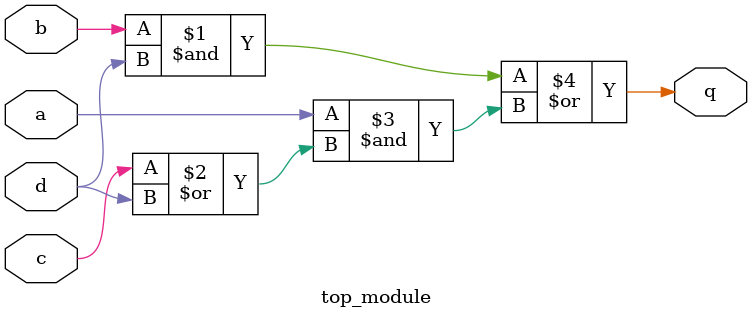
<source format=sv>
module top_module (
    input a, 
    input b, 
    input c, 
    input d,
    output q
);

    // Implementing q based on the provided simulation waveform
    assign q = (b & d) | (a & (c | d));

endmodule

</source>
